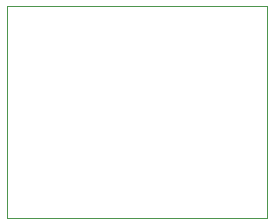
<source format=gm1>
G04 #@! TF.GenerationSoftware,KiCad,Pcbnew,9.0.1-9.0.1-0~ubuntu25.04.1*
G04 #@! TF.CreationDate,2025-05-06T20:57:22+10:00*
G04 #@! TF.ProjectId,MiniUNO,4d696e69-554e-44f2-9e6b-696361645f70,rev?*
G04 #@! TF.SameCoordinates,Original*
G04 #@! TF.FileFunction,Profile,NP*
%FSLAX46Y46*%
G04 Gerber Fmt 4.6, Leading zero omitted, Abs format (unit mm)*
G04 Created by KiCad (PCBNEW 9.0.1-9.0.1-0~ubuntu25.04.1) date 2025-05-06 20:57:22*
%MOMM*%
%LPD*%
G01*
G04 APERTURE LIST*
G04 #@! TA.AperFunction,Profile*
%ADD10C,0.050000*%
G04 #@! TD*
G04 APERTURE END LIST*
D10*
X-9000000Y9000000D02*
X13000000Y9000000D01*
X13000000Y-9000000D01*
X-9000000Y-9000000D01*
X-9000000Y9000000D01*
M02*

</source>
